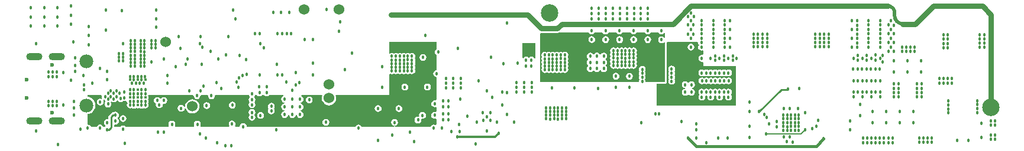
<source format=gbr>
%TF.GenerationSoftware,Altium Limited,Altium Designer,19.0.15 (446)*%
G04 Layer_Physical_Order=2*
G04 Layer_Color=36540*
%FSLAX45Y45*%
%MOMM*%
%TF.FileFunction,Copper,L2,Inr,Signal*%
%TF.Part,Single*%
G01*
G75*
%TA.AperFunction,NonConductor*%
%ADD80C,0.25400*%
%ADD81C,0.20320*%
%ADD82C,0.38100*%
%ADD83C,0.50800*%
%ADD85C,0.30480*%
%TA.AperFunction,ComponentPad*%
%ADD91C,0.40000*%
G04:AMPARAMS|DCode=92|XSize=1mm|YSize=2.3mm|CornerRadius=0.5mm|HoleSize=0mm|Usage=FLASHONLY|Rotation=270.000|XOffset=0mm|YOffset=0mm|HoleType=Round|Shape=RoundedRectangle|*
%AMROUNDEDRECTD92*
21,1,1.00000,1.30000,0,0,270.0*
21,1,0.00000,2.30000,0,0,270.0*
1,1,1.00000,-0.65000,0.00000*
1,1,1.00000,-0.65000,0.00000*
1,1,1.00000,0.65000,0.00000*
1,1,1.00000,0.65000,0.00000*
%
%ADD92ROUNDEDRECTD92*%
%ADD93C,1.52400*%
%ADD94C,0.45720*%
%TA.AperFunction,ViaPad*%
%ADD95C,2.50000*%
%ADD96C,1.52400*%
%ADD97C,1.98000*%
%ADD98C,0.60000*%
%ADD99C,0.45720*%
%TA.AperFunction,NonConductor*%
%ADD100C,0.76200*%
G36*
X7062668Y2606014D02*
Y2501101D01*
X7053506Y2494979D01*
X7042840Y2479016D01*
X7039094Y2460186D01*
X7042840Y2441356D01*
X7053506Y2425392D01*
X7062668Y2419271D01*
X7062668Y2200352D01*
X7044885Y2196815D01*
X7028921Y2186148D01*
X7018255Y2170185D01*
X7014509Y2151355D01*
X7018255Y2132525D01*
X7028921Y2116561D01*
X7044885Y2105895D01*
X7062668Y2102357D01*
Y1775429D01*
X7049968Y1766735D01*
X7037677Y1769180D01*
X7018847Y1765434D01*
X7002883Y1754768D01*
X6992217Y1738804D01*
X6988471Y1719974D01*
X6992217Y1701144D01*
X7002883Y1685181D01*
X7018847Y1674515D01*
X7037677Y1670769D01*
X7049968Y1673214D01*
X7062668Y1664520D01*
Y1608249D01*
X7049968Y1599555D01*
X7037677Y1602000D01*
X7018847Y1598254D01*
X7002883Y1587588D01*
X6992217Y1571624D01*
X6988471Y1552794D01*
X6992217Y1533964D01*
X7002883Y1518001D01*
X7018847Y1507335D01*
X7037677Y1503589D01*
X7049968Y1506034D01*
X7062668Y1497340D01*
Y1418435D01*
X7049968Y1411647D01*
X7041905Y1417035D01*
X7023075Y1420780D01*
X7004245Y1417035D01*
X6988281Y1406368D01*
X6977615Y1390405D01*
X6977406Y1389354D01*
X6469978D01*
X6468727Y1402054D01*
X6471328Y1402572D01*
X6482805Y1404855D01*
X6498769Y1415521D01*
X6509435Y1431485D01*
X6513181Y1450315D01*
X6509435Y1469145D01*
X6498769Y1485108D01*
X6482805Y1495775D01*
X6463975Y1499520D01*
X6445145Y1495775D01*
X6429182Y1485108D01*
X6418515Y1469145D01*
X6414770Y1450315D01*
X6418515Y1431485D01*
X6429182Y1415521D01*
X6445145Y1404855D01*
X6456622Y1402572D01*
X6459223Y1402054D01*
X6457972Y1389354D01*
X5992866D01*
X5983449Y1403449D01*
X5967485Y1414115D01*
X5948655Y1417861D01*
X5929825Y1414115D01*
X5913862Y1403449D01*
X5904444Y1389354D01*
X4774551D01*
X4767755Y1390706D01*
X4760959Y1389354D01*
X4348091D01*
X4346860Y1390855D01*
X4343115Y1409685D01*
X4332448Y1425648D01*
X4316485Y1436315D01*
X4297655Y1440060D01*
X4278825Y1436315D01*
X4262861Y1425648D01*
X4252195Y1409685D01*
X4248449Y1390855D01*
X4247218Y1389354D01*
X4183796D01*
X4177007Y1402054D01*
X4183095Y1411165D01*
X4186840Y1429995D01*
X4183095Y1448825D01*
X4172428Y1464788D01*
X4156465Y1475455D01*
X4137635Y1479200D01*
X4118805Y1475455D01*
X4102841Y1464788D01*
X4092175Y1448825D01*
X4088429Y1429995D01*
X4092175Y1411165D01*
X4098262Y1402054D01*
X4091474Y1389354D01*
X3689350D01*
X3682562Y1402054D01*
X3685255Y1406085D01*
X3689000Y1424915D01*
X3685255Y1443745D01*
X3674588Y1459708D01*
X3658625Y1470375D01*
X3639795Y1474120D01*
X3620965Y1470375D01*
X3605001Y1459708D01*
X3594335Y1443745D01*
X3590589Y1424915D01*
X3594335Y1406085D01*
X3597028Y1402054D01*
X3590239Y1389354D01*
X3325210D01*
X3318422Y1402054D01*
X3321115Y1406085D01*
X3324860Y1424915D01*
X3321115Y1443745D01*
X3310448Y1459708D01*
X3294485Y1470375D01*
X3275655Y1474120D01*
X3256825Y1470375D01*
X3240861Y1459708D01*
X3230195Y1443745D01*
X3226449Y1424915D01*
X3230195Y1406085D01*
X3232888Y1402054D01*
X3226099Y1389354D01*
X2612115D01*
X2610328Y1392028D01*
X2594365Y1402695D01*
X2575535Y1406440D01*
X2556705Y1402695D01*
X2540741Y1392028D01*
X2538955Y1389354D01*
X2446741D01*
Y1412437D01*
X2459441Y1422482D01*
X2468855Y1420609D01*
X2487685Y1424355D01*
X2503648Y1435021D01*
X2514315Y1450984D01*
X2518060Y1469814D01*
X2514315Y1488644D01*
X2503648Y1504608D01*
X2499373Y1507464D01*
Y1520165D01*
X2503648Y1523021D01*
X2514315Y1538984D01*
X2518060Y1557815D01*
X2514315Y1576645D01*
X2503648Y1592608D01*
X2487685Y1603274D01*
X2468855Y1607020D01*
X2450025Y1603274D01*
X2440127Y1596661D01*
X2433324D01*
X2418458Y1593704D01*
X2405855Y1585283D01*
X2380426Y1559854D01*
X2372005Y1547251D01*
X2369048Y1532385D01*
Y1503862D01*
X2359231Y1495805D01*
X2352015Y1497241D01*
X2333185Y1493495D01*
X2317221Y1482829D01*
X2306555Y1466865D01*
X2302809Y1448035D01*
X2306555Y1429205D01*
X2317221Y1413242D01*
X2321509Y1410376D01*
X2322866Y1394632D01*
X2317503Y1389354D01*
X2293281D01*
X2292635Y1392605D01*
X2281968Y1408568D01*
X2266005Y1419235D01*
X2247175Y1422980D01*
X2228345Y1419235D01*
X2212381Y1408568D01*
X2201715Y1392605D01*
X2201068Y1389354D01*
X2117079D01*
X2107408Y1403828D01*
X2091445Y1414495D01*
X2072615Y1418240D01*
X2068721Y1421436D01*
Y1571311D01*
X2087449Y1573776D01*
X2117711Y1586311D01*
X2143698Y1606251D01*
X2163638Y1632238D01*
X2176173Y1662500D01*
X2180448Y1694975D01*
X2176173Y1727449D01*
X2163638Y1757711D01*
X2143698Y1783698D01*
X2117711Y1803638D01*
X2087449Y1816173D01*
X2068721Y1818638D01*
Y1842475D01*
X2261827D01*
X2272244Y1829774D01*
X2270529Y1821155D01*
X2274275Y1802325D01*
X2276021Y1799712D01*
X2270824Y1792184D01*
X2267566Y1789505D01*
X2249975Y1793004D01*
X2231145Y1789259D01*
X2215181Y1778592D01*
X2204515Y1762629D01*
X2200769Y1743799D01*
X2204515Y1724969D01*
X2215181Y1709005D01*
X2231145Y1698339D01*
X2249975Y1694594D01*
X2268805Y1698339D01*
X2284768Y1709005D01*
X2295435Y1724969D01*
X2299180Y1743799D01*
X2295435Y1762629D01*
X2293689Y1765242D01*
X2298885Y1772769D01*
X2302143Y1775448D01*
X2315676Y1772756D01*
X2316363Y1769305D01*
X2327029Y1753341D01*
Y1750440D01*
X2316363Y1734477D01*
X2312617Y1715647D01*
X2316363Y1696817D01*
X2327029Y1680854D01*
X2342993Y1670187D01*
X2361823Y1666442D01*
X2380653Y1670187D01*
X2396616Y1680854D01*
X2407283Y1696817D01*
X2411028Y1715647D01*
X2407283Y1734477D01*
X2399940Y1745466D01*
X2409274Y1753341D01*
X2425237Y1742675D01*
X2444067Y1738929D01*
X2462897Y1742675D01*
X2478860Y1753341D01*
X2485962Y1763970D01*
X2500517Y1764895D01*
X2500655Y1764840D01*
X2505392Y1757751D01*
X2521355Y1747084D01*
X2540185Y1743339D01*
X2559015Y1747084D01*
X2574979Y1757751D01*
X2577277Y1761190D01*
X2579125Y1759955D01*
X2597955Y1756209D01*
X2616785Y1759955D01*
X2619829Y1761989D01*
X2631259Y1754351D01*
X2631249Y1754305D01*
X2634995Y1735475D01*
X2640658Y1727000D01*
X2634995Y1718525D01*
X2631249Y1699695D01*
X2634995Y1680865D01*
X2645661Y1664901D01*
X2661625Y1654235D01*
X2680455Y1650489D01*
X2699285Y1654235D01*
X2706390Y1658983D01*
X2714185Y1653775D01*
X2733015Y1650029D01*
X2751845Y1653775D01*
X2762070Y1660608D01*
X2770240Y1655149D01*
X2787955Y1651625D01*
X2805669Y1655149D01*
X2812775Y1659897D01*
X2823405Y1652795D01*
X2842235Y1649049D01*
X2861065Y1652795D01*
X2869922Y1658713D01*
X2876624Y1654235D01*
X2895454Y1650489D01*
X2914284Y1654235D01*
X2930248Y1664901D01*
X2940914Y1680865D01*
X2944660Y1699695D01*
X2940914Y1718525D01*
X2935251Y1727000D01*
X2940914Y1735475D01*
X2944660Y1754305D01*
X2940914Y1773135D01*
X2933532Y1784183D01*
X2938220Y1791200D01*
X2941744Y1808915D01*
X2938220Y1826629D01*
X2934851Y1831672D01*
X2941438Y1842475D01*
X3578681D01*
X3585509Y1834154D01*
X3589255Y1815324D01*
X3599921Y1799361D01*
X3615885Y1788694D01*
X3634715Y1784949D01*
X3653545Y1788694D01*
X3669508Y1799361D01*
X3680175Y1815324D01*
X3683920Y1834154D01*
X3690749Y1842475D01*
X3786485D01*
X3793313Y1834154D01*
X3797059Y1815324D01*
X3807725Y1799361D01*
X3823689Y1788694D01*
X3842519Y1784949D01*
X3861349Y1788694D01*
X3877312Y1799361D01*
X3887979Y1815324D01*
X3891724Y1834154D01*
X3898553Y1842475D01*
X4376607D01*
X4377015Y1840425D01*
X4387089Y1825347D01*
X4388648Y1821545D01*
Y1813072D01*
X4386951Y1809675D01*
X4376655Y1794265D01*
X4372909Y1775435D01*
X4376655Y1756605D01*
X4381149Y1749878D01*
X4387018Y1740076D01*
X4381287Y1729399D01*
X4377015Y1723005D01*
X4373269Y1704175D01*
X4377015Y1685345D01*
X4387681Y1669381D01*
X4403645Y1658715D01*
X4413639Y1656727D01*
X4419057Y1655649D01*
Y1642701D01*
X4413639Y1641623D01*
X4403645Y1639635D01*
X4387681Y1628968D01*
X4377015Y1613005D01*
X4373269Y1594175D01*
X4377015Y1575345D01*
X4387319Y1559923D01*
X4376655Y1543963D01*
X4372909Y1525133D01*
X4376655Y1506303D01*
X4387321Y1490339D01*
X4403285Y1479673D01*
X4422115Y1475927D01*
X4440945Y1479673D01*
X4456908Y1490339D01*
X4467575Y1506303D01*
X4471320Y1525133D01*
X4467575Y1543963D01*
X4457270Y1559384D01*
X4467935Y1575345D01*
X4471680Y1594175D01*
X4467935Y1613005D01*
X4457268Y1628968D01*
X4441305Y1639635D01*
X4431311Y1641622D01*
X4425893Y1642701D01*
Y1655649D01*
X4431311Y1656727D01*
X4441305Y1658715D01*
X4457268Y1669381D01*
X4467935Y1685345D01*
X4471680Y1704175D01*
X4467935Y1723005D01*
X4463440Y1729731D01*
X4457572Y1739533D01*
X4463302Y1750211D01*
X4467575Y1756605D01*
X4471320Y1775435D01*
X4467575Y1794265D01*
X4457500Y1809342D01*
X4455941Y1813144D01*
Y1821617D01*
X4457638Y1825015D01*
X4467935Y1840425D01*
X4468342Y1842475D01*
X4493664D01*
X4495402Y1839874D01*
X4511366Y1829207D01*
X4530196Y1825462D01*
X4549026Y1829207D01*
X4564989Y1839874D01*
X4566727Y1842475D01*
X4596060D01*
X4597566Y1840221D01*
X4613529Y1829554D01*
X4632359Y1825809D01*
X4651189Y1829554D01*
X4667152Y1840221D01*
X4668658Y1842475D01*
X4871660D01*
X4872910Y1829775D01*
X4872105Y1829614D01*
X4856141Y1818948D01*
X4845475Y1802984D01*
X4841729Y1784154D01*
X4845475Y1765324D01*
X4856141Y1749361D01*
X4872105Y1738695D01*
X4887517Y1735629D01*
Y1722680D01*
X4872105Y1719614D01*
X4856141Y1708948D01*
X4845475Y1692984D01*
X4841729Y1674154D01*
X4845475Y1655324D01*
X4856141Y1639361D01*
X4872105Y1628694D01*
X4887517Y1625629D01*
Y1612680D01*
X4872105Y1609614D01*
X4856141Y1598948D01*
X4845475Y1582984D01*
X4841729Y1564154D01*
X4845475Y1545324D01*
X4856141Y1529361D01*
X4872105Y1518694D01*
X4890935Y1514949D01*
X4909765Y1518694D01*
X4925728Y1529361D01*
X4936395Y1545324D01*
X4939461Y1560737D01*
X4952409D01*
X4955475Y1545324D01*
X4966141Y1529361D01*
X4982105Y1518694D01*
X5000935Y1514949D01*
X5019765Y1518694D01*
X5035728Y1529361D01*
X5046395Y1545324D01*
X5049461Y1560737D01*
X5062409D01*
X5065475Y1545324D01*
X5076141Y1529361D01*
X5092105Y1518694D01*
X5110935Y1514949D01*
X5129765Y1518694D01*
X5145728Y1529361D01*
X5156395Y1545324D01*
X5160140Y1564154D01*
X5156395Y1582984D01*
X5145728Y1598948D01*
X5129765Y1609614D01*
X5114352Y1612680D01*
Y1625629D01*
X5129765Y1628694D01*
X5145728Y1639361D01*
X5156395Y1655324D01*
X5160140Y1674154D01*
X5156395Y1692984D01*
X5145728Y1708948D01*
X5129765Y1719614D01*
X5114352Y1722680D01*
Y1735629D01*
X5129765Y1738695D01*
X5145728Y1749361D01*
X5156395Y1765324D01*
X5160140Y1784154D01*
X5156395Y1802984D01*
X5145728Y1818948D01*
X5129765Y1829614D01*
X5128959Y1829775D01*
X5130210Y1842475D01*
X5421119D01*
X5428175Y1831915D01*
X5425490Y1825431D01*
X5421998Y1798909D01*
X5425490Y1772386D01*
X5435727Y1747670D01*
X5452012Y1726446D01*
X5473236Y1710161D01*
X5497952Y1699923D01*
X5524475Y1696432D01*
X5550998Y1699923D01*
X5575713Y1710161D01*
X5596937Y1726446D01*
X5613222Y1747670D01*
X5623460Y1772386D01*
X5626951Y1798909D01*
X5623460Y1825431D01*
X5620774Y1831915D01*
X5627830Y1842475D01*
X6385535D01*
Y2145089D01*
X6398235Y2151877D01*
X6404984Y2147367D01*
X6423814Y2143621D01*
X6442644Y2147367D01*
X6452692Y2154080D01*
X6463225Y2147042D01*
X6482055Y2143297D01*
X6500885Y2147042D01*
X6510327Y2153352D01*
X6519284Y2147367D01*
X6538114Y2143621D01*
X6556944Y2147367D01*
X6566992Y2154080D01*
X6577525Y2147042D01*
X6596355Y2143297D01*
X6615185Y2147042D01*
X6624870Y2153514D01*
X6633584Y2147691D01*
X6652414Y2143946D01*
X6671244Y2147691D01*
X6681292Y2154405D01*
X6691825Y2147367D01*
X6710655Y2143621D01*
X6729485Y2147367D01*
X6745448Y2158033D01*
X6756115Y2173997D01*
X6759860Y2192827D01*
X6756115Y2211657D01*
X6751395Y2218719D01*
X6756115Y2225782D01*
X6759860Y2244612D01*
X6756115Y2263442D01*
X6751395Y2270505D01*
X6756115Y2277568D01*
X6759860Y2296398D01*
X6756115Y2315228D01*
X6751395Y2322291D01*
X6756115Y2329353D01*
X6759860Y2348183D01*
X6756115Y2367013D01*
X6751395Y2374076D01*
X6756115Y2381139D01*
X6759860Y2399969D01*
X6756115Y2418799D01*
X6745448Y2434762D01*
X6729485Y2445429D01*
X6710655Y2449174D01*
X6691825Y2445429D01*
X6681777Y2438715D01*
X6671244Y2445753D01*
X6652414Y2449499D01*
X6633584Y2445753D01*
X6623899Y2439281D01*
X6615185Y2445104D01*
X6596355Y2448850D01*
X6577525Y2445104D01*
X6567477Y2438391D01*
X6556944Y2445429D01*
X6538114Y2449174D01*
X6519284Y2445429D01*
X6509842Y2439119D01*
X6500885Y2445104D01*
X6482055Y2448850D01*
X6463225Y2445104D01*
X6453177Y2438391D01*
X6442644Y2445429D01*
X6423814Y2449174D01*
X6404984Y2445429D01*
X6398235Y2440918D01*
X6385534Y2447707D01*
Y2606015D01*
X7062668Y2606014D01*
D02*
G37*
G36*
X8477501Y2373592D02*
X8464801Y2369739D01*
X8457408Y2380803D01*
X8441445Y2391470D01*
X8422615Y2395215D01*
X8403785Y2391470D01*
X8387821Y2380803D01*
X8381208D01*
X8365245Y2391470D01*
X8346415Y2395215D01*
X8327585Y2391470D01*
X8311621Y2380803D01*
X8305775Y2372054D01*
X8293075Y2375906D01*
Y2591393D01*
X8477501D01*
Y2373592D01*
D02*
G37*
G36*
X10249641Y2731241D02*
X10265605Y2720575D01*
X10284435Y2716829D01*
X10303265Y2720575D01*
X10319228Y2731241D01*
X10322288Y2735821D01*
X10334988Y2731968D01*
Y2672090D01*
X10322288Y2668237D01*
X10319782Y2671989D01*
X10303818Y2682655D01*
X10284988Y2686401D01*
X10266158Y2682655D01*
X10250195Y2671989D01*
X10239528Y2656025D01*
X10235783Y2637195D01*
X10239528Y2618365D01*
X10250195Y2602402D01*
X10266158Y2591735D01*
X10284988Y2587990D01*
X10303818Y2591735D01*
X10319782Y2602402D01*
X10322288Y2606153D01*
X10334988Y2602300D01*
Y2032475D01*
X10062738D01*
X10056780Y2039735D01*
X10053035Y2058565D01*
X10046397Y2068498D01*
X10053035Y2078431D01*
X10056780Y2097261D01*
X10053035Y2116091D01*
X10046397Y2126025D01*
X10053035Y2135958D01*
X10056780Y2154788D01*
X10053035Y2173618D01*
X10046397Y2183551D01*
X10053035Y2193485D01*
X10056780Y2212315D01*
X10053035Y2231145D01*
X10042368Y2247108D01*
X10026405Y2257775D01*
X10007575Y2261520D01*
X9988745Y2257775D01*
X9972781Y2247108D01*
X9962115Y2231145D01*
X9958369Y2212315D01*
X9962115Y2193485D01*
X9968752Y2183551D01*
X9962115Y2173618D01*
X9958369Y2154788D01*
X9962115Y2135958D01*
X9968752Y2126025D01*
X9962115Y2116091D01*
X9958369Y2097261D01*
X9962115Y2078431D01*
X9968752Y2068498D01*
X9962115Y2058565D01*
X9958369Y2039735D01*
X9952411Y2032475D01*
X8547075D01*
Y2729438D01*
X8556892Y2737495D01*
X8562011Y2736477D01*
X8795678D01*
X8820455Y2741405D01*
X8823103Y2743175D01*
X9240907D01*
X9248881Y2731241D01*
X9264845Y2720575D01*
X9283675Y2716829D01*
X9302505Y2720575D01*
X9318468Y2731241D01*
X9326442Y2743175D01*
X9439027D01*
X9447001Y2731241D01*
X9462965Y2720575D01*
X9481795Y2716829D01*
X9500625Y2720575D01*
X9516588Y2731241D01*
X9524562Y2743175D01*
X9639687D01*
X9647661Y2731241D01*
X9663625Y2720575D01*
X9682455Y2716829D01*
X9701285Y2720575D01*
X9717248Y2731241D01*
X9725222Y2743175D01*
X9842887D01*
X9850861Y2731241D01*
X9866825Y2720575D01*
X9885655Y2716829D01*
X9904485Y2720575D01*
X9920448Y2731241D01*
X9928422Y2743175D01*
X10043547D01*
X10051521Y2731241D01*
X10067485Y2720575D01*
X10086315Y2716829D01*
X10105145Y2720575D01*
X10121108Y2731241D01*
X10129082Y2743175D01*
X10241667D01*
X10249641Y2731241D01*
D02*
G37*
G36*
X10703943Y2609974D02*
X10704975Y2609769D01*
X10706007Y2609974D01*
X10799708Y2609974D01*
X10807765Y2600157D01*
X10806910Y2595855D01*
X10810655Y2577025D01*
X10819415Y2563915D01*
X10810655Y2550805D01*
X10806910Y2531975D01*
X10810655Y2513145D01*
X10821322Y2497181D01*
X10837285Y2486515D01*
X10856115Y2482769D01*
X10868634Y2485259D01*
X10881334Y2476672D01*
Y2428179D01*
X10868634Y2417756D01*
X10861475Y2419180D01*
X10842645Y2415435D01*
X10826681Y2404768D01*
X10816015Y2388805D01*
X10812269Y2369975D01*
X10816015Y2351145D01*
X10826681Y2335181D01*
X10842645Y2324515D01*
X10861475Y2320769D01*
X10868634Y2322193D01*
X10881334Y2311771D01*
Y2257474D01*
X11352475Y2257475D01*
Y1692627D01*
X10214974D01*
Y1924975D01*
Y2006577D01*
X10334988D01*
X10344899Y2008548D01*
X10353301Y2014162D01*
X10358915Y2022564D01*
X10360886Y2032475D01*
Y2602300D01*
X10368028Y2608025D01*
X10372475Y2609975D01*
X10482475D01*
X10703943Y2609974D01*
D02*
G37*
%LPC*%
G36*
X6870236Y2431960D02*
X6851406Y2428215D01*
X6835442Y2417548D01*
X6824776Y2401585D01*
X6821030Y2382755D01*
X6824776Y2363925D01*
X6835442Y2347961D01*
X6851406Y2337295D01*
X6870236Y2333549D01*
X6889066Y2337295D01*
X6905029Y2347961D01*
X6915696Y2363925D01*
X6919441Y2382755D01*
X6915696Y2401585D01*
X6905029Y2417548D01*
X6889066Y2428215D01*
X6870236Y2431960D01*
D02*
G37*
G36*
X6932475Y2007597D02*
X6913645Y2003852D01*
X6897682Y1993185D01*
X6887015Y1977222D01*
X6883270Y1958392D01*
X6887015Y1939562D01*
X6897682Y1923599D01*
X6913645Y1912932D01*
X6932475Y1909187D01*
X6951305Y1912932D01*
X6967269Y1923599D01*
X6977935Y1939562D01*
X6981680Y1958392D01*
X6977935Y1977222D01*
X6967269Y1993185D01*
X6951305Y2003852D01*
X6932475Y2007597D01*
D02*
G37*
G36*
X6609975D02*
X6591145Y2003852D01*
X6575182Y1993185D01*
X6564515Y1977222D01*
X6560770Y1958392D01*
X6564515Y1939562D01*
X6575182Y1923599D01*
X6591145Y1912932D01*
X6609975Y1909187D01*
X6628805Y1912932D01*
X6644769Y1923599D01*
X6655435Y1939562D01*
X6659180Y1958392D01*
X6655435Y1977222D01*
X6644769Y1993185D01*
X6628805Y2003852D01*
X6609975Y2007597D01*
D02*
G37*
G36*
X3159075Y1814480D02*
X3140245Y1810735D01*
X3124281Y1800068D01*
X3119843Y1793425D01*
X3104568D01*
X3100129Y1800068D01*
X3084166Y1810735D01*
X3065336Y1814480D01*
X3046506Y1810735D01*
X3030543Y1800068D01*
X3019876Y1784105D01*
X3016131Y1765275D01*
X3019876Y1746445D01*
X3030543Y1730481D01*
X3046506Y1719815D01*
X3049539Y1719211D01*
X3046488Y1703873D01*
X3050233Y1685043D01*
X3060900Y1669080D01*
X3076863Y1658413D01*
X3095693Y1654668D01*
X3114523Y1658413D01*
X3130487Y1669080D01*
X3141153Y1685043D01*
X3144899Y1703873D01*
X3144019Y1708297D01*
X3152999Y1717278D01*
X3159075Y1716069D01*
X3177905Y1719815D01*
X3193868Y1730481D01*
X3204535Y1746445D01*
X3208280Y1765275D01*
X3204535Y1784105D01*
X3193868Y1800068D01*
X3177905Y1810735D01*
X3159075Y1814480D01*
D02*
G37*
G36*
X5240935Y1823360D02*
X5222105Y1819614D01*
X5206141Y1808948D01*
X5195475Y1792984D01*
X5191730Y1774154D01*
X5195475Y1755324D01*
X5206141Y1739361D01*
X5222105Y1728695D01*
X5240935Y1724949D01*
X5259765Y1728695D01*
X5275728Y1739361D01*
X5286395Y1755324D01*
X5290140Y1774154D01*
X5286395Y1792984D01*
X5275728Y1808948D01*
X5259765Y1819614D01*
X5240935Y1823360D01*
D02*
G37*
G36*
X3568675Y1783931D02*
X3542152Y1780440D01*
X3517436Y1770202D01*
X3496212Y1753917D01*
X3479927Y1732693D01*
X3469690Y1707978D01*
X3466198Y1681455D01*
X3468050Y1667382D01*
X3455514Y1665312D01*
X3455452Y1665620D01*
X3454115Y1672345D01*
X3443448Y1688308D01*
X3427485Y1698975D01*
X3408655Y1702720D01*
X3389825Y1698975D01*
X3373861Y1688308D01*
X3363195Y1672345D01*
X3359449Y1653515D01*
X3363195Y1634685D01*
X3373861Y1618721D01*
X3389825Y1608055D01*
X3408655Y1604309D01*
X3427485Y1608055D01*
X3443448Y1618721D01*
X3454115Y1634685D01*
X3457860Y1653514D01*
X3469690Y1654931D01*
X3479927Y1630216D01*
X3496212Y1608992D01*
X3517436Y1592707D01*
X3542152Y1582470D01*
X3568675Y1578978D01*
X3595198Y1582470D01*
X3619913Y1592707D01*
X3641137Y1608992D01*
X3657422Y1630216D01*
X3667660Y1654932D01*
X3671151Y1681455D01*
X3667660Y1707978D01*
X3657422Y1732693D01*
X3641137Y1753917D01*
X3619913Y1770202D01*
X3595198Y1780440D01*
X3568675Y1783931D01*
D02*
G37*
G36*
X4140175Y1748440D02*
X4121345Y1744695D01*
X4105381Y1734028D01*
X4094715Y1718065D01*
X4090969Y1699235D01*
X4094715Y1680405D01*
X4105381Y1664441D01*
X4121345Y1653775D01*
X4140175Y1650029D01*
X4159005Y1653775D01*
X4174968Y1664441D01*
X4185635Y1680405D01*
X4189380Y1699235D01*
X4185635Y1718065D01*
X4174968Y1734028D01*
X4159005Y1744695D01*
X4140175Y1748440D01*
D02*
G37*
G36*
X3774415Y1740820D02*
X3755585Y1737075D01*
X3739621Y1726408D01*
X3728955Y1710445D01*
X3725209Y1691615D01*
X3728955Y1672785D01*
X3739621Y1656821D01*
X3755585Y1646155D01*
X3774415Y1642409D01*
X3793245Y1646155D01*
X3809208Y1656821D01*
X3819875Y1672785D01*
X3823620Y1691615D01*
X3819875Y1710445D01*
X3809208Y1726408D01*
X3793245Y1737075D01*
X3774415Y1740820D01*
D02*
G37*
G36*
X6228055Y1699180D02*
X6209225Y1695435D01*
X6193261Y1684768D01*
X6182595Y1668805D01*
X6178849Y1649975D01*
X6182595Y1631145D01*
X6193261Y1615181D01*
X6209225Y1604515D01*
X6228055Y1600769D01*
X6246885Y1604515D01*
X6262848Y1615181D01*
X6273515Y1631145D01*
X6277260Y1649975D01*
X6273515Y1668805D01*
X6262848Y1684768D01*
X6246885Y1695435D01*
X6228055Y1699180D01*
D02*
G37*
G36*
X6525235Y1698960D02*
X6506405Y1695215D01*
X6490441Y1684548D01*
X6479775Y1668585D01*
X6476029Y1649755D01*
X6479775Y1630925D01*
X6490441Y1614961D01*
X6506405Y1604295D01*
X6525235Y1600549D01*
X6544065Y1604295D01*
X6560028Y1614961D01*
X6570695Y1630925D01*
X6574440Y1649755D01*
X6570695Y1668585D01*
X6560028Y1684548D01*
X6544065Y1695215D01*
X6525235Y1698960D01*
D02*
G37*
G36*
X4698975Y1730660D02*
X4680145Y1726915D01*
X4664181Y1716248D01*
X4653515Y1700285D01*
X4649769Y1681455D01*
X4653515Y1662625D01*
X4662148Y1649705D01*
X4653515Y1636785D01*
X4649769Y1617955D01*
X4653515Y1599125D01*
X4664181Y1583161D01*
X4680145Y1572495D01*
X4698975Y1568749D01*
X4717805Y1572495D01*
X4733768Y1583161D01*
X4744435Y1599125D01*
X4748180Y1617955D01*
X4744435Y1636785D01*
X4735802Y1649705D01*
X4744435Y1662625D01*
X4748180Y1681455D01*
X4744435Y1700285D01*
X4733768Y1716248D01*
X4717805Y1726915D01*
X4698975Y1730660D01*
D02*
G37*
G36*
X6863055Y1601120D02*
X6844225Y1597375D01*
X6828261Y1586708D01*
X6817595Y1570745D01*
X6813849Y1551915D01*
X6815379Y1544225D01*
X6804578Y1533425D01*
X6798218Y1534690D01*
X6779388Y1530944D01*
X6763425Y1520278D01*
X6752758Y1504314D01*
X6749013Y1485484D01*
X6752758Y1466654D01*
X6763425Y1450691D01*
X6779388Y1440025D01*
X6798218Y1436279D01*
X6817048Y1440025D01*
X6833011Y1450691D01*
X6843678Y1466654D01*
X6847423Y1485484D01*
X6845894Y1493174D01*
X6856694Y1503974D01*
X6863055Y1502709D01*
X6881885Y1506455D01*
X6897848Y1517121D01*
X6908515Y1533085D01*
X6912260Y1551915D01*
X6908515Y1570745D01*
X6897848Y1586708D01*
X6881885Y1597375D01*
X6863055Y1601120D01*
D02*
G37*
G36*
X4544359Y1600519D02*
X4525529Y1596773D01*
X4509566Y1586107D01*
X4498899Y1570143D01*
X4495154Y1551313D01*
X4498899Y1532483D01*
X4509566Y1516520D01*
X4525529Y1505853D01*
X4544359Y1502108D01*
X4563189Y1505853D01*
X4579152Y1516520D01*
X4589819Y1532483D01*
X4593564Y1551313D01*
X4589819Y1570143D01*
X4579152Y1586107D01*
X4563189Y1596773D01*
X4544359Y1600519D01*
D02*
G37*
G36*
X2577535Y1554741D02*
X2558705Y1550995D01*
X2542741Y1540329D01*
X2532075Y1524365D01*
X2528329Y1505535D01*
X2532075Y1486705D01*
X2542741Y1470742D01*
X2558705Y1460075D01*
X2577535Y1456330D01*
X2596365Y1460075D01*
X2612328Y1470742D01*
X2622995Y1486705D01*
X2626740Y1505535D01*
X2622995Y1524365D01*
X2612328Y1540329D01*
X2596365Y1550995D01*
X2577535Y1554741D01*
D02*
G37*
G36*
X5478755Y1501620D02*
X5459925Y1497874D01*
X5443961Y1487208D01*
X5433295Y1471244D01*
X5429549Y1452414D01*
X5433295Y1433584D01*
X5443961Y1417621D01*
X5459925Y1406955D01*
X5478755Y1403209D01*
X5497585Y1406955D01*
X5513548Y1417621D01*
X5524215Y1433584D01*
X5527960Y1452414D01*
X5524215Y1471244D01*
X5513548Y1487208D01*
X5497585Y1497874D01*
X5478755Y1501620D01*
D02*
G37*
G36*
X9285505Y2690427D02*
X9266675Y2686681D01*
X9250712Y2676015D01*
X9240045Y2660051D01*
X9236300Y2641221D01*
X9240045Y2622391D01*
X9250712Y2606428D01*
X9266675Y2595761D01*
X9285505Y2592016D01*
X9304335Y2595761D01*
X9320299Y2606428D01*
X9330965Y2622391D01*
X9334711Y2641221D01*
X9330965Y2660051D01*
X9320299Y2676015D01*
X9304335Y2686681D01*
X9285505Y2690427D01*
D02*
G37*
G36*
X10086760Y2687544D02*
X10067930Y2683798D01*
X10051967Y2673132D01*
X10041300Y2657168D01*
X10037555Y2638338D01*
X10041300Y2619508D01*
X10051967Y2603545D01*
X10067930Y2592878D01*
X10086760Y2589133D01*
X10105590Y2592878D01*
X10121554Y2603545D01*
X10132220Y2619508D01*
X10135966Y2638338D01*
X10132220Y2657168D01*
X10121554Y2673132D01*
X10105590Y2683798D01*
X10086760Y2687544D01*
D02*
G37*
G36*
X9885689D02*
X9866859Y2683798D01*
X9850895Y2673132D01*
X9840229Y2657168D01*
X9836484Y2638338D01*
X9840229Y2619508D01*
X9850895Y2603545D01*
X9866859Y2592878D01*
X9885689Y2589133D01*
X9904519Y2592878D01*
X9920482Y2603545D01*
X9931149Y2619508D01*
X9934894Y2638338D01*
X9931149Y2657168D01*
X9920482Y2673132D01*
X9904519Y2683798D01*
X9885689Y2687544D01*
D02*
G37*
G36*
X9684618D02*
X9665788Y2683798D01*
X9649824Y2673132D01*
X9639158Y2657168D01*
X9635412Y2638338D01*
X9639158Y2619508D01*
X9649824Y2603545D01*
X9665788Y2592878D01*
X9684618Y2589133D01*
X9703448Y2592878D01*
X9719411Y2603545D01*
X9730078Y2619508D01*
X9733823Y2638338D01*
X9730078Y2657168D01*
X9719411Y2673132D01*
X9703448Y2683798D01*
X9684618Y2687544D01*
D02*
G37*
G36*
X9483546D02*
X9464716Y2683798D01*
X9448753Y2673132D01*
X9438087Y2657168D01*
X9434341Y2638338D01*
X9438087Y2619508D01*
X9448753Y2603545D01*
X9464716Y2592878D01*
X9483546Y2589133D01*
X9502376Y2592878D01*
X9518340Y2603545D01*
X9529006Y2619508D01*
X9532752Y2638338D01*
X9529006Y2657168D01*
X9518340Y2673132D01*
X9502376Y2683798D01*
X9483546Y2687544D01*
D02*
G37*
G36*
X9825382Y2527003D02*
X9806552Y2523257D01*
X9796867Y2516785D01*
X9788153Y2522608D01*
X9769323Y2526353D01*
X9750493Y2522608D01*
X9740445Y2515895D01*
X9729912Y2522932D01*
X9711082Y2526678D01*
X9692252Y2522932D01*
X9682810Y2516623D01*
X9673853Y2522608D01*
X9655023Y2526353D01*
X9636193Y2522608D01*
X9626145Y2515895D01*
X9615612Y2522932D01*
X9596782Y2526678D01*
X9577952Y2522932D01*
X9561989Y2512266D01*
X9551323Y2496303D01*
X9547577Y2477473D01*
X9551323Y2458643D01*
X9556042Y2451580D01*
X9551323Y2444517D01*
X9547577Y2425687D01*
X9551323Y2406857D01*
X9556042Y2399794D01*
X9551323Y2392732D01*
X9547577Y2373902D01*
X9551323Y2355071D01*
X9556042Y2348009D01*
X9551323Y2340946D01*
X9547577Y2322116D01*
X9551323Y2303286D01*
X9556042Y2296223D01*
X9551323Y2289161D01*
X9547577Y2270330D01*
X9551323Y2251500D01*
X9561989Y2235537D01*
X9577952Y2224871D01*
X9596782Y2221125D01*
X9615612Y2224871D01*
X9625660Y2231584D01*
X9636193Y2224546D01*
X9655023Y2220800D01*
X9673853Y2224546D01*
X9683295Y2230856D01*
X9692252Y2224871D01*
X9711082Y2221125D01*
X9729912Y2224871D01*
X9739960Y2231584D01*
X9750493Y2224546D01*
X9769323Y2220800D01*
X9788153Y2224546D01*
X9797838Y2231018D01*
X9806552Y2225195D01*
X9825382Y2221450D01*
X9844212Y2225195D01*
X9854260Y2231908D01*
X9864793Y2224871D01*
X9883623Y2221125D01*
X9902453Y2224871D01*
X9918416Y2235537D01*
X9929083Y2251500D01*
X9932828Y2270330D01*
X9929083Y2289161D01*
X9924363Y2296223D01*
X9929083Y2303286D01*
X9932828Y2322116D01*
X9929083Y2340946D01*
X9924363Y2348009D01*
X9929083Y2355071D01*
X9932828Y2373902D01*
X9929083Y2392732D01*
X9924363Y2399794D01*
X9929083Y2406857D01*
X9932828Y2425687D01*
X9929083Y2444517D01*
X9924363Y2451580D01*
X9929083Y2458643D01*
X9932828Y2477473D01*
X9929083Y2496303D01*
X9918416Y2512266D01*
X9902453Y2522932D01*
X9883623Y2526678D01*
X9864793Y2522932D01*
X9854745Y2516219D01*
X9844212Y2523257D01*
X9825382Y2527003D01*
D02*
G37*
G36*
X8841894Y2466646D02*
X8823064Y2462901D01*
X8813379Y2456429D01*
X8804665Y2462252D01*
X8785835Y2465997D01*
X8767005Y2462252D01*
X8756957Y2455538D01*
X8746424Y2462576D01*
X8727594Y2466322D01*
X8708764Y2462576D01*
X8699322Y2456267D01*
X8690365Y2462252D01*
X8671535Y2465997D01*
X8652705Y2462252D01*
X8642657Y2455538D01*
X8632124Y2462576D01*
X8613294Y2466322D01*
X8594464Y2462576D01*
X8578501Y2451910D01*
X8567835Y2435946D01*
X8564089Y2417116D01*
X8567835Y2398286D01*
X8572554Y2391224D01*
X8567835Y2384161D01*
X8564089Y2365331D01*
X8567835Y2346501D01*
X8572554Y2339438D01*
X8567835Y2332375D01*
X8564089Y2313545D01*
X8567835Y2294715D01*
X8572554Y2287653D01*
X8567835Y2280590D01*
X8564089Y2261760D01*
X8567835Y2242930D01*
X8572554Y2235867D01*
X8567835Y2228804D01*
X8564089Y2209974D01*
X8567835Y2191144D01*
X8578501Y2175181D01*
X8594464Y2164514D01*
X8613294Y2160769D01*
X8632124Y2164514D01*
X8642172Y2171228D01*
X8652705Y2164190D01*
X8671535Y2160444D01*
X8690365Y2164190D01*
X8699807Y2170499D01*
X8708764Y2164514D01*
X8727594Y2160769D01*
X8746424Y2164514D01*
X8756472Y2171228D01*
X8767005Y2164190D01*
X8785835Y2160444D01*
X8804665Y2164190D01*
X8814350Y2170662D01*
X8823064Y2164839D01*
X8841894Y2161093D01*
X8860724Y2164839D01*
X8870772Y2171552D01*
X8881305Y2164514D01*
X8900135Y2160769D01*
X8918965Y2164514D01*
X8934928Y2175181D01*
X8945595Y2191144D01*
X8949340Y2209974D01*
X8945595Y2228804D01*
X8940875Y2235867D01*
X8945595Y2242930D01*
X8949340Y2261760D01*
X8945595Y2280590D01*
X8940875Y2287653D01*
X8945595Y2294715D01*
X8949340Y2313545D01*
X8945595Y2332375D01*
X8940875Y2339438D01*
X8945595Y2346501D01*
X8949340Y2365331D01*
X8945595Y2384161D01*
X8940875Y2391224D01*
X8945595Y2398286D01*
X8949340Y2417116D01*
X8945595Y2435946D01*
X8934928Y2451910D01*
X8918965Y2462576D01*
X8900135Y2466322D01*
X8881305Y2462576D01*
X8871257Y2455863D01*
X8860724Y2462901D01*
X8841894Y2466646D01*
D02*
G37*
G36*
X9360115Y2454579D02*
X9341285Y2450833D01*
X9325321Y2440167D01*
X9319258Y2431093D01*
X9304044Y2431004D01*
X9298447Y2439380D01*
X9282484Y2450046D01*
X9263654Y2453792D01*
X9244824Y2450046D01*
X9228861Y2439380D01*
X9218194Y2423416D01*
X9214449Y2404586D01*
X9218194Y2385756D01*
X9228861Y2369793D01*
X9233462Y2366719D01*
Y2351444D01*
X9228561Y2348170D01*
X9217895Y2332206D01*
X9214149Y2313376D01*
X9217895Y2294546D01*
X9228561Y2278583D01*
X9233162Y2275509D01*
Y2260234D01*
X9228723Y2257268D01*
X9218057Y2241305D01*
X9214311Y2222475D01*
X9218057Y2203645D01*
X9228723Y2187681D01*
X9244687Y2177015D01*
X9263517Y2173269D01*
X9282347Y2177015D01*
X9298310Y2187681D01*
X9304135Y2196398D01*
X9319409D01*
X9325234Y2187681D01*
X9341197Y2177015D01*
X9360027Y2173269D01*
X9378857Y2177015D01*
X9394820Y2187681D01*
X9400574Y2196291D01*
X9415848D01*
X9421601Y2187681D01*
X9437565Y2177015D01*
X9456395Y2173269D01*
X9475225Y2177015D01*
X9491188Y2187681D01*
X9501855Y2203645D01*
X9505600Y2222475D01*
X9501855Y2241305D01*
X9491188Y2257268D01*
X9484742Y2261575D01*
Y2274276D01*
X9491188Y2278583D01*
X9501855Y2294546D01*
X9505600Y2313376D01*
X9501855Y2332206D01*
X9491188Y2348170D01*
X9486437Y2351344D01*
Y2366619D01*
X9491188Y2369793D01*
X9501855Y2385756D01*
X9505600Y2404586D01*
X9501855Y2423416D01*
X9491188Y2439380D01*
X9475225Y2450046D01*
X9456395Y2453792D01*
X9437565Y2450046D01*
X9421601Y2439380D01*
X9416144Y2431212D01*
X9400880Y2431229D01*
X9394908Y2440167D01*
X9378945Y2450833D01*
X9360115Y2454579D01*
D02*
G37*
G36*
X9632581Y2162739D02*
X9613751Y2158994D01*
X9597788Y2148327D01*
X9587121Y2132364D01*
X9583376Y2113534D01*
X9587121Y2094704D01*
X9597788Y2078741D01*
X9613751Y2068074D01*
X9632581Y2064329D01*
X9651411Y2068074D01*
X9667375Y2078741D01*
X9678041Y2094704D01*
X9681787Y2113534D01*
X9678041Y2132364D01*
X9667375Y2148327D01*
X9651411Y2158994D01*
X9632581Y2162739D01*
D02*
G37*
G36*
X9824695Y2161680D02*
X9805865Y2157934D01*
X9789901Y2147268D01*
X9779235Y2131305D01*
X9775489Y2112475D01*
X9779235Y2093645D01*
X9789901Y2077681D01*
X9805865Y2067015D01*
X9824695Y2063269D01*
X9843525Y2067015D01*
X9859488Y2077681D01*
X9870155Y2093645D01*
X9873900Y2112475D01*
X9870155Y2131305D01*
X9859488Y2147268D01*
X9843525Y2157934D01*
X9824695Y2161680D01*
D02*
G37*
G36*
X10704975Y2581180D02*
X10686145Y2577435D01*
X10670181Y2566768D01*
X10659515Y2550805D01*
X10655769Y2531975D01*
X10659515Y2513145D01*
X10670181Y2497181D01*
X10686145Y2486515D01*
X10704975Y2482769D01*
X10723805Y2486515D01*
X10739768Y2497181D01*
X10750435Y2513145D01*
X10754180Y2531975D01*
X10750435Y2550805D01*
X10739768Y2566768D01*
X10723805Y2577435D01*
X10704975Y2581180D01*
D02*
G37*
G36*
X11051974Y2210720D02*
X11033144Y2206975D01*
X11019899Y2198124D01*
X11006924Y2206794D01*
X10988094Y2210540D01*
X10969264Y2206794D01*
X10956534Y2198288D01*
X10943804Y2206794D01*
X10924974Y2210540D01*
X10906144Y2206794D01*
X10893034Y2198034D01*
X10879924Y2206794D01*
X10861094Y2210540D01*
X10842264Y2206794D01*
X10826300Y2196128D01*
X10815634Y2180164D01*
X10811888Y2161334D01*
X10815634Y2142504D01*
X10826300Y2126541D01*
X10842264Y2115874D01*
X10861094Y2112129D01*
X10879924Y2115874D01*
X10893034Y2124634D01*
X10906144Y2115874D01*
X10924974Y2112129D01*
X10943804Y2115874D01*
X10956534Y2124380D01*
X10969264Y2115874D01*
X10988094Y2112129D01*
X11006924Y2115874D01*
X11020169Y2124724D01*
X11033144Y2116055D01*
X11051974Y2112309D01*
X11070804Y2116055D01*
X11083399Y2124470D01*
X11096264Y2115874D01*
X11115094Y2112129D01*
X11133924Y2115874D01*
X11147034Y2124634D01*
X11160144Y2115874D01*
X11178974Y2112129D01*
X11197804Y2115874D01*
X11210534Y2124380D01*
X11223264Y2115874D01*
X11242094Y2112129D01*
X11260924Y2115874D01*
X11276887Y2126541D01*
X11287554Y2142504D01*
X11291299Y2161334D01*
X11287554Y2180164D01*
X11276887Y2196128D01*
X11260924Y2206794D01*
X11242094Y2210540D01*
X11223264Y2206794D01*
X11210534Y2198288D01*
X11197804Y2206794D01*
X11178974Y2210540D01*
X11160144Y2206794D01*
X11147034Y2198034D01*
X11133924Y2206794D01*
X11115094Y2210540D01*
X11096264Y2206794D01*
X11083669Y2198378D01*
X11070804Y2206975D01*
X11051974Y2210720D01*
D02*
G37*
G36*
X11242855Y2097860D02*
X11224025Y2094115D01*
X11210915Y2085355D01*
X11197805Y2094115D01*
X11178975Y2097860D01*
X11160145Y2094115D01*
X11147415Y2085609D01*
X11134685Y2094115D01*
X11115855Y2097860D01*
X11097025Y2094115D01*
X11083780Y2085265D01*
X11070805Y2093935D01*
X11051975Y2097680D01*
X11033145Y2093935D01*
X11020550Y2085519D01*
X11007685Y2094115D01*
X10988855Y2097860D01*
X10970025Y2094115D01*
X10956915Y2085355D01*
X10943805Y2094115D01*
X10924975Y2097860D01*
X10906145Y2094115D01*
X10893415Y2085609D01*
X10880685Y2094115D01*
X10861855Y2097860D01*
X10843025Y2094115D01*
X10827061Y2083448D01*
X10816395Y2067485D01*
X10812649Y2048655D01*
X10816395Y2029825D01*
X10827061Y2013862D01*
X10843025Y2003195D01*
X10861855Y1999450D01*
X10880685Y2003195D01*
X10893415Y2011701D01*
X10906145Y2003195D01*
X10924975Y1999450D01*
X10943805Y2003195D01*
X10956915Y2011955D01*
X10970025Y2003195D01*
X10988855Y1999450D01*
X11007685Y2003195D01*
X11020280Y2011611D01*
X11033145Y2003015D01*
X11051975Y1999269D01*
X11070805Y2003015D01*
X11084050Y2011865D01*
X11097025Y2003195D01*
X11115855Y1999450D01*
X11134685Y2003195D01*
X11147415Y2011701D01*
X11160145Y2003195D01*
X11178975Y1999450D01*
X11197805Y2003195D01*
X11210915Y2011955D01*
X11224025Y2003195D01*
X11242855Y1999450D01*
X11261685Y2003195D01*
X11277648Y2013862D01*
X11288315Y2029825D01*
X11292060Y2048655D01*
X11288315Y2067485D01*
X11277648Y2083448D01*
X11261685Y2094115D01*
X11242855Y2097860D01*
D02*
G37*
G36*
X10711395Y2041202D02*
X10692565Y2037456D01*
X10676601Y2026790D01*
X10673745Y2022515D01*
X10661045D01*
X10658188Y2026790D01*
X10642225Y2037456D01*
X10623395Y2041202D01*
X10604565Y2037456D01*
X10588601Y2026790D01*
X10577935Y2010826D01*
X10574189Y1991996D01*
X10577935Y1973166D01*
X10588601Y1957203D01*
X10604565Y1946536D01*
X10617167Y1944030D01*
X10617501Y1943963D01*
Y1931015D01*
X10617237Y1930962D01*
X10605145Y1928556D01*
X10589181Y1917890D01*
X10578515Y1901926D01*
X10574769Y1883096D01*
X10578515Y1864266D01*
X10589181Y1848303D01*
X10605145Y1837636D01*
X10623975Y1833891D01*
X10642805Y1837636D01*
X10658768Y1848303D01*
X10661625Y1852578D01*
X10674325D01*
X10677181Y1848303D01*
X10693145Y1837636D01*
X10711975Y1833891D01*
X10730805Y1837636D01*
X10746768Y1848303D01*
X10757435Y1864266D01*
X10761180Y1883096D01*
X10757435Y1901926D01*
X10746768Y1917890D01*
X10730805Y1928556D01*
X10718202Y1931063D01*
X10717868Y1931130D01*
Y1944078D01*
X10718132Y1944131D01*
X10730225Y1946536D01*
X10746188Y1957203D01*
X10756855Y1973166D01*
X10760600Y1991996D01*
X10756855Y2010826D01*
X10746188Y2026790D01*
X10730225Y2037456D01*
X10711395Y2041202D01*
D02*
G37*
G36*
X10429215Y2263920D02*
X10410385Y2260175D01*
X10394421Y2249508D01*
X10383755Y2233545D01*
X10380009Y2214715D01*
X10383755Y2195885D01*
X10390392Y2185951D01*
X10383755Y2176018D01*
X10380009Y2157188D01*
X10383755Y2138358D01*
X10390392Y2128424D01*
X10383755Y2118491D01*
X10380009Y2099661D01*
X10383755Y2080831D01*
X10390392Y2070898D01*
X10383755Y2060965D01*
X10380009Y2042135D01*
X10383755Y2023305D01*
X10394421Y2007341D01*
X10410385Y1996675D01*
X10429215Y1992929D01*
X10448045Y1996675D01*
X10464008Y2007341D01*
X10474675Y2023305D01*
X10478420Y2042135D01*
X10474675Y2060965D01*
X10468037Y2070898D01*
X10474675Y2080831D01*
X10478420Y2099661D01*
X10474675Y2118491D01*
X10468037Y2128424D01*
X10474675Y2138358D01*
X10478420Y2157188D01*
X10474675Y2176018D01*
X10468037Y2185951D01*
X10474675Y2195885D01*
X10478420Y2214715D01*
X10474675Y2233545D01*
X10464008Y2249508D01*
X10448045Y2260175D01*
X10429215Y2263920D01*
D02*
G37*
G36*
X11051975Y1934620D02*
X11033145Y1930874D01*
X11019900Y1922024D01*
X11006925Y1930694D01*
X10988095Y1934440D01*
X10969265Y1930694D01*
X10956535Y1922188D01*
X10943805Y1930694D01*
X10924975Y1934440D01*
X10906145Y1930694D01*
X10893035Y1921934D01*
X10879925Y1930694D01*
X10861095Y1934440D01*
X10842265Y1930694D01*
X10826301Y1920028D01*
X10815635Y1904064D01*
X10811889Y1885234D01*
X10815635Y1866404D01*
X10819674Y1860360D01*
X10826270Y1850389D01*
X10819819Y1839498D01*
X10816015Y1833805D01*
X10812269Y1814975D01*
X10816015Y1796144D01*
X10826681Y1780181D01*
X10842645Y1769515D01*
X10861475Y1765769D01*
X10880305Y1769515D01*
X10896268Y1780181D01*
X10906935Y1796144D01*
X10910680Y1814975D01*
X10908413Y1826374D01*
X10918678Y1837216D01*
X10919008D01*
X10924975Y1836029D01*
X10930942Y1837216D01*
X10931272D01*
X10941537Y1826374D01*
X10939269Y1814975D01*
X10943015Y1796144D01*
X10953681Y1780181D01*
X10969645Y1769515D01*
X10988475Y1765769D01*
X11007305Y1769515D01*
X11023268Y1780181D01*
X11033935Y1796144D01*
X11037680Y1814975D01*
X11035375Y1826562D01*
X11045591Y1837479D01*
X11051975Y1836209D01*
X11058358Y1837479D01*
X11068574Y1826562D01*
X11066269Y1814975D01*
X11070015Y1796144D01*
X11080681Y1780181D01*
X11096645Y1769515D01*
X11115475Y1765769D01*
X11134305Y1769515D01*
X11150268Y1780181D01*
X11160935Y1796144D01*
X11164680Y1814975D01*
X11162413Y1826374D01*
X11172678Y1837216D01*
X11173008D01*
X11178975Y1836029D01*
X11184942Y1837216D01*
X11185272D01*
X11195537Y1826374D01*
X11193269Y1814975D01*
X11197015Y1796144D01*
X11207681Y1780181D01*
X11223645Y1769515D01*
X11242475Y1765769D01*
X11261305Y1769515D01*
X11277268Y1780181D01*
X11287935Y1796144D01*
X11291680Y1814975D01*
X11287935Y1833805D01*
X11283896Y1839849D01*
X11277299Y1849820D01*
X11283751Y1860711D01*
X11287555Y1866404D01*
X11291300Y1885234D01*
X11287555Y1904064D01*
X11276888Y1920028D01*
X11260925Y1930694D01*
X11242095Y1934440D01*
X11223265Y1930694D01*
X11210535Y1922188D01*
X11197805Y1930694D01*
X11178975Y1934440D01*
X11160145Y1930694D01*
X11147035Y1921934D01*
X11133925Y1930694D01*
X11115095Y1934440D01*
X11096265Y1930694D01*
X11083670Y1922278D01*
X11070805Y1930874D01*
X11051975Y1934620D01*
D02*
G37*
%LPD*%
D80*
X12091227Y1925021D02*
X12095115Y1928909D01*
X11678895Y1605255D02*
X11998661Y1925021D01*
X12091227D01*
X2407895Y1532385D02*
X2433324Y1557815D01*
X2468855D01*
X2352175Y1348715D02*
X2377115D01*
X2407895Y1379494D01*
Y1532385D01*
D81*
X11780257Y1284312D02*
X12276812D01*
X12339975Y1347475D01*
D82*
X10663168Y1226795D02*
X10778738Y1111225D01*
X12498725D02*
X12602475Y1214975D01*
X10778738Y1111225D02*
X12498725D01*
D83*
X13619656Y2982063D02*
G03*
X13736935Y2864784I117279J0D01*
G01*
X13619969Y3028124D02*
G03*
X13528519Y3119575I-91450J0D01*
G01*
X13619656Y3028124D02*
X13619969D01*
X13619656Y2982063D02*
Y3028124D01*
D85*
X7364694Y1239890D02*
X7898730D01*
X7951434Y1292595D01*
D91*
X2787955Y1808915D02*
D03*
X2680455D02*
D03*
X2895454D02*
D03*
X2787955Y1697915D02*
D03*
Y1919915D02*
D03*
Y2061414D02*
D03*
X2680455D02*
D03*
X2895454D02*
D03*
D92*
X1310055Y1469052D02*
D03*
X1625055D02*
D03*
X1310055Y2399052D02*
D03*
X1625055D02*
D03*
D93*
X5166335Y3068295D02*
D03*
X5669238D02*
D03*
D94*
X12244975Y1447475D02*
D03*
X12137475Y1337475D02*
D03*
Y1557475D02*
D03*
X12027475Y1447475D02*
D03*
X12247475Y1337475D02*
D03*
X12027475D02*
D03*
X12247475Y1557475D02*
D03*
X12027475D02*
D03*
D95*
X15001215Y1668755D02*
D03*
X8679155Y3017495D02*
D03*
D96*
X3568675Y1681455D02*
D03*
X3190215Y2603804D02*
D03*
X5524475Y1993875D02*
D03*
Y1798909D02*
D03*
D97*
X2054975Y2329975D02*
D03*
Y1694975D02*
D03*
D98*
X1560055Y1594052D02*
D03*
Y2274052D02*
D03*
X1195055Y2069052D02*
D03*
Y1799052D02*
D03*
D99*
X5110935Y1564154D02*
D03*
X5000935D02*
D03*
X4890935D02*
D03*
X5110935Y1674154D02*
D03*
X5000935D02*
D03*
X4890935D02*
D03*
X5110935Y1784154D02*
D03*
X5000935D02*
D03*
X4890935D02*
D03*
X12137475Y1447475D02*
D03*
X4463954Y2724210D02*
D03*
X4788955Y2726110D02*
D03*
X5295318Y2299078D02*
D03*
X4917115Y2029754D02*
D03*
X4790115Y2135532D02*
D03*
X4853954Y2136110D02*
D03*
X5050935Y1989114D02*
D03*
X5000935Y1914154D02*
D03*
X4632359Y1875014D02*
D03*
X10779975Y1347475D02*
D03*
X12984975Y1468795D02*
D03*
X10778584Y1227475D02*
D03*
X11539975Y1237779D02*
D03*
X8222475Y2302475D02*
D03*
X10660355Y2849855D02*
D03*
X10662895Y2970789D02*
D03*
X10704975Y2658975D02*
D03*
X13677875Y1881495D02*
D03*
Y1941495D02*
D03*
X13612874D02*
D03*
Y1881495D02*
D03*
X14008075D02*
D03*
Y1941495D02*
D03*
X13943074D02*
D03*
Y1881495D02*
D03*
X13167336Y1227475D02*
D03*
X13227335D02*
D03*
Y1162474D02*
D03*
X13287334D02*
D03*
X13167336D02*
D03*
X11665155Y2717434D02*
D03*
Y2597434D02*
D03*
Y2537435D02*
D03*
Y2657434D02*
D03*
X11600155D02*
D03*
Y2597434D02*
D03*
Y2717434D02*
D03*
Y2537435D02*
D03*
X12677115Y2717434D02*
D03*
Y2597434D02*
D03*
Y2537435D02*
D03*
Y2657434D02*
D03*
X12612114D02*
D03*
Y2597434D02*
D03*
Y2717434D02*
D03*
Y2537435D02*
D03*
X4544359Y1551313D02*
D03*
X4767755Y1341501D02*
D03*
X10704975Y2912975D02*
D03*
Y2785975D02*
D03*
X11051975Y2342575D02*
D03*
X11242475Y2369975D02*
D03*
X11051975Y2400293D02*
D03*
X10988475Y2369975D02*
D03*
X11115475D02*
D03*
X13094936Y2414975D02*
D03*
X13093675Y2342575D02*
D03*
X13219975Y2414975D02*
D03*
Y2342575D02*
D03*
X13347435Y2416698D02*
D03*
Y2342575D02*
D03*
X13532475Y2849974D02*
D03*
X13604895Y2847475D02*
D03*
X13532475Y2722475D02*
D03*
X13604895D02*
D03*
X13532475Y2472275D02*
D03*
Y2594974D02*
D03*
X13604895Y2472275D02*
D03*
Y2594974D02*
D03*
X7399755Y1787799D02*
D03*
X8072795Y1569035D02*
D03*
X7857475Y1809975D02*
D03*
X2247175Y1373775D02*
D03*
X4530196Y1874667D02*
D03*
X2687474Y2260299D02*
D03*
Y2312085D02*
D03*
Y2363870D02*
D03*
Y2415656D02*
D03*
Y2519227D02*
D03*
Y2571012D02*
D03*
X2319735Y1821155D02*
D03*
X2745715Y2570688D02*
D03*
Y2415331D02*
D03*
Y2363546D02*
D03*
Y2311760D02*
D03*
Y2259975D02*
D03*
X2885235Y2259650D02*
D03*
Y2311436D02*
D03*
Y2363221D02*
D03*
Y2415007D02*
D03*
X2826995Y2518902D02*
D03*
Y2415331D02*
D03*
Y2363546D02*
D03*
Y2311760D02*
D03*
Y2259975D02*
D03*
X4983954Y2726110D02*
D03*
X2745715Y2622473D02*
D03*
X2687474Y2622798D02*
D03*
X2826995Y2570688D02*
D03*
X2885235Y2570363D02*
D03*
Y2622149D02*
D03*
X2826995Y2622473D02*
D03*
X2687474Y2467441D02*
D03*
X2745715Y2518902D02*
D03*
Y2467117D02*
D03*
X2826995D02*
D03*
X2885235Y2518578D02*
D03*
Y2466792D02*
D03*
X4541495Y2583660D02*
D03*
X14008075Y1821495D02*
D03*
X13943074D02*
D03*
X13677875D02*
D03*
X13612874D02*
D03*
Y2001495D02*
D03*
X13677875D02*
D03*
X13943074D02*
D03*
X14008075D02*
D03*
X1632626Y2107195D02*
D03*
X1513815Y2174215D02*
D03*
Y2107195D02*
D03*
X1573220D02*
D03*
Y2174215D02*
D03*
X1632626D02*
D03*
X2247175Y2225015D02*
D03*
X2575535Y2440915D02*
D03*
Y2389129D02*
D03*
X2517294Y2389454D02*
D03*
Y2337668D02*
D03*
X2575535Y2337344D02*
D03*
X2517294Y2441239D02*
D03*
X6482055Y2244288D02*
D03*
Y2296073D02*
D03*
X6423814Y2244612D02*
D03*
Y2399969D02*
D03*
X6482055Y2399644D02*
D03*
Y2192502D02*
D03*
Y2347859D02*
D03*
X6423814Y2348183D02*
D03*
Y2296398D02*
D03*
Y2192827D02*
D03*
X6596355Y2244288D02*
D03*
X6538114Y2244612D02*
D03*
Y2399969D02*
D03*
X6596355Y2399644D02*
D03*
Y2192502D02*
D03*
Y2347859D02*
D03*
X6538114Y2348183D02*
D03*
Y2296398D02*
D03*
Y2192827D02*
D03*
X6710655Y2244612D02*
D03*
Y2296398D02*
D03*
X6652414Y2244937D02*
D03*
Y2400293D02*
D03*
X6710655Y2399969D02*
D03*
Y2192827D02*
D03*
Y2348183D02*
D03*
X6652414Y2348508D02*
D03*
Y2296722D02*
D03*
Y2193151D02*
D03*
X6596355Y2296073D02*
D03*
X2072615Y1369035D02*
D03*
X3047474Y3067975D02*
D03*
Y2939975D02*
D03*
Y2814975D02*
D03*
X3369975Y2686975D02*
D03*
X4153974Y3067475D02*
D03*
X4184975Y2939975D02*
D03*
X4725854Y3029706D02*
D03*
X4840154D02*
D03*
X4954454D02*
D03*
X7728372Y1590015D02*
D03*
X7837331D02*
D03*
X7729195Y1483335D02*
D03*
X7782475Y1534975D02*
D03*
X7387215Y1423154D02*
D03*
X1447775Y2964155D02*
D03*
X1640515Y3095255D02*
D03*
Y2836175D02*
D03*
X1877035Y1749414D02*
D03*
X2249975Y1743799D02*
D03*
X2138655Y2016735D02*
D03*
X2984654Y2623550D02*
D03*
X3042895Y2519655D02*
D03*
X2984654Y2519979D02*
D03*
Y2571765D02*
D03*
X3042895Y2571440D02*
D03*
Y2623226D02*
D03*
X1877035Y1661414D02*
D03*
X1254435Y2964155D02*
D03*
Y3095255D02*
D03*
Y2836175D02*
D03*
X1447775D02*
D03*
Y3095255D02*
D03*
X1640515Y2964155D02*
D03*
X3832835Y2471395D02*
D03*
X3713455Y2527275D02*
D03*
X3680435Y2581195D02*
D03*
X5853881Y2449215D02*
D03*
X5749741Y2209448D02*
D03*
X6463975Y1450315D02*
D03*
X5948655Y1368655D02*
D03*
X3275655Y1424915D02*
D03*
X4137635Y1429995D02*
D03*
X4594835Y2524735D02*
D03*
X3731235Y1971015D02*
D03*
X8018642Y2297337D02*
D03*
X6863055Y1551915D02*
D03*
X9883623Y2425687D02*
D03*
Y2270330D02*
D03*
Y2477473D02*
D03*
Y2373902D02*
D03*
Y2322116D02*
D03*
X9596782Y2270330D02*
D03*
Y2373902D02*
D03*
Y2425687D02*
D03*
Y2477473D02*
D03*
Y2322116D02*
D03*
X12984953Y1346434D02*
D03*
X12339975Y1587475D02*
D03*
X7782475Y1905131D02*
D03*
X3677895Y1285215D02*
D03*
X8422615Y2259650D02*
D03*
X8346415D02*
D03*
X8422615Y2346010D02*
D03*
X8346415D02*
D03*
X7160235Y1762735D02*
D03*
X7236435D02*
D03*
X7160235Y1676375D02*
D03*
X7236435D02*
D03*
X7160235Y1574775D02*
D03*
X7236435D02*
D03*
X7160235Y1488415D02*
D03*
X7236435D02*
D03*
X1334875Y1331335D02*
D03*
X2603974Y1147475D02*
D03*
X2575535Y1357235D02*
D03*
X3162975Y2357095D02*
D03*
X4525631Y1963014D02*
D03*
X4632359D02*
D03*
X8689135Y1605174D02*
D03*
X8630895Y1553713D02*
D03*
Y1605499D02*
D03*
X8803435Y1553389D02*
D03*
X8745195Y1553713D02*
D03*
X8803435Y1656960D02*
D03*
X8745195Y1605499D02*
D03*
X8917735Y1553713D02*
D03*
Y1605499D02*
D03*
X8859495Y1554038D02*
D03*
Y1657609D02*
D03*
Y1605824D02*
D03*
X8803435Y1605174D02*
D03*
X1573220Y1694155D02*
D03*
Y1751598D02*
D03*
X1512673D02*
D03*
Y1694155D02*
D03*
X2540185Y1792544D02*
D03*
X2444067Y1788135D02*
D03*
X2526311Y1869415D02*
D03*
X2444067D02*
D03*
X2330636Y3059831D02*
D03*
Y2779831D02*
D03*
X2562686Y3058435D02*
D03*
X3327375Y2254613D02*
D03*
X1647165Y1130113D02*
D03*
X7502975Y1536375D02*
D03*
X8177724Y1452414D02*
D03*
X7638475Y1454975D02*
D03*
X8859495Y1502253D02*
D03*
X7926475Y1454975D02*
D03*
X8745195Y1501928D02*
D03*
X8917735D02*
D03*
X8630895D02*
D03*
X8689135Y1553389D02*
D03*
Y1501603D02*
D03*
X8803435D02*
D03*
X7139915Y1371575D02*
D03*
X7275455Y1323315D02*
D03*
X7023075Y1371575D02*
D03*
X8613294Y2261760D02*
D03*
Y2365331D02*
D03*
Y2313545D02*
D03*
Y2209974D02*
D03*
X8900135Y2261760D02*
D03*
Y2313545D02*
D03*
Y2417116D02*
D03*
Y2209974D02*
D03*
Y2365331D02*
D03*
X7842475Y2384975D02*
D03*
X11729695Y2537435D02*
D03*
Y2717434D02*
D03*
Y2597434D02*
D03*
Y2657434D02*
D03*
X11794695D02*
D03*
Y2537435D02*
D03*
Y2597434D02*
D03*
Y2717434D02*
D03*
X12486995Y2537435D02*
D03*
Y2717434D02*
D03*
Y2597434D02*
D03*
Y2657434D02*
D03*
X12551995D02*
D03*
Y2537435D02*
D03*
Y2597434D02*
D03*
Y2717434D02*
D03*
X11177475Y2399644D02*
D03*
Y2341855D02*
D03*
X11304975Y2399644D02*
D03*
Y2343470D02*
D03*
X10746715Y2970789D02*
D03*
X10741635Y2849855D02*
D03*
X10660355Y2720885D02*
D03*
X10741635D02*
D03*
X9824695Y1952475D02*
D03*
X7302256Y2012475D02*
D03*
X7197676Y2013390D02*
D03*
X7408255D02*
D03*
X7302255Y2078014D02*
D03*
Y1945934D02*
D03*
X7197676D02*
D03*
X7408255Y1945414D02*
D03*
Y2078014D02*
D03*
X7197676Y2078475D02*
D03*
X8317475Y1953390D02*
D03*
X8317475Y2019275D02*
D03*
X8317475Y1887195D02*
D03*
X8209255Y1953391D02*
D03*
X8207985Y2019275D02*
D03*
X8209255Y1887195D02*
D03*
X8425155Y2019275D02*
D03*
Y1953390D02*
D03*
Y1889975D02*
D03*
X6287475Y1958392D02*
D03*
X6609975D02*
D03*
X6932475D02*
D03*
X7037677Y1719974D02*
D03*
Y1552794D02*
D03*
X2981475Y2320474D02*
D03*
X3702553Y2283435D02*
D03*
X3477235Y2283100D02*
D03*
X2577535Y1505535D02*
D03*
X3774415Y1691615D02*
D03*
X3634715Y1834154D02*
D03*
X3842519D02*
D03*
X10007575Y2097261D02*
D03*
Y2039735D02*
D03*
Y2154788D02*
D03*
X9483546Y2638338D02*
D03*
X9824695Y2112475D02*
D03*
X9684618Y2638338D02*
D03*
X9885689D02*
D03*
X10086760D02*
D03*
X9282513Y3087411D02*
D03*
X9383478D02*
D03*
X9484443D02*
D03*
X9585408D02*
D03*
X9686373D02*
D03*
X9787338D02*
D03*
X9888303D02*
D03*
X9989268D02*
D03*
X10090233D02*
D03*
X9282513Y3013635D02*
D03*
X9383478D02*
D03*
X9484443D02*
D03*
X9585408D02*
D03*
X9686373D02*
D03*
X9787338D02*
D03*
X9888303D02*
D03*
X9989268D02*
D03*
X10090233D02*
D03*
X12192555Y1447475D02*
D03*
X12247855Y1503655D02*
D03*
X12193698Y1391895D02*
D03*
X12247855D02*
D03*
X10284988Y2637195D02*
D03*
X9285505Y2641221D02*
D03*
X12027213Y1503655D02*
D03*
X12082475Y1557051D02*
D03*
X12082395Y1503655D02*
D03*
X13156975Y2370838D02*
D03*
X13283975D02*
D03*
X13410976D02*
D03*
X13612474Y2337475D02*
D03*
X13804974Y2338338D02*
D03*
X13997475Y2337475D02*
D03*
X13564975Y2532838D02*
D03*
Y2659838D02*
D03*
Y2786838D02*
D03*
X15058595Y1472255D02*
D03*
Y1412255D02*
D03*
X14993594Y1472255D02*
D03*
Y1412255D02*
D03*
X15059476Y1269975D02*
D03*
Y1209975D02*
D03*
X14994475Y1269975D02*
D03*
Y1209975D02*
D03*
X13612474Y2177475D02*
D03*
X13804974Y2178338D02*
D03*
X13997475Y2177475D02*
D03*
X14866125Y1441110D02*
D03*
Y1238610D02*
D03*
X10007575Y2212315D02*
D03*
X10429215Y2214715D02*
D03*
Y2157188D02*
D03*
Y2042135D02*
D03*
Y2099661D02*
D03*
X14803094Y1762555D02*
D03*
Y1705028D02*
D03*
Y1589975D02*
D03*
Y1647502D02*
D03*
X6287475Y2250392D02*
D03*
X7837331Y1483335D02*
D03*
X1877443Y1560355D02*
D03*
X2019275Y1986436D02*
D03*
X4698975Y1681455D02*
D03*
Y1617955D02*
D03*
X4422475Y1594175D02*
D03*
Y1704175D02*
D03*
X4422115Y1775435D02*
D03*
Y1525133D02*
D03*
X1632626Y1750436D02*
D03*
Y1694155D02*
D03*
X14386536Y1760055D02*
D03*
Y1702528D02*
D03*
Y1587475D02*
D03*
Y1645001D02*
D03*
X14152855Y1163763D02*
D03*
X14092854D02*
D03*
X14032855D02*
D03*
X13972855D02*
D03*
X13588976Y1162779D02*
D03*
X13528975D02*
D03*
X13468974D02*
D03*
X13408975D02*
D03*
X13287334Y1227475D02*
D03*
X13347334Y1162474D02*
D03*
X14152855Y1228763D02*
D03*
X14092854D02*
D03*
X14032855D02*
D03*
X13972855D02*
D03*
X13588976Y1227779D02*
D03*
X13528975D02*
D03*
X13468974D02*
D03*
X13408975D02*
D03*
X13347334Y1227475D02*
D03*
X14673715Y1192475D02*
D03*
X14513715Y1192475D02*
D03*
X10861475Y2369975D02*
D03*
X10704975Y2531975D02*
D03*
X11259975D02*
D03*
Y2658975D02*
D03*
Y2785975D02*
D03*
Y2912975D02*
D03*
X10856115D02*
D03*
Y2785975D02*
D03*
Y2658975D02*
D03*
Y2531975D02*
D03*
X10855935Y2722855D02*
D03*
X10856115Y2849855D02*
D03*
Y2595855D02*
D03*
X11026655Y2912595D02*
D03*
Y2785595D02*
D03*
Y2658595D02*
D03*
Y2531595D02*
D03*
X11026475Y2722475D02*
D03*
X11026655Y2849475D02*
D03*
Y2595475D02*
D03*
X13244655Y2912458D02*
D03*
Y2785458D02*
D03*
Y2658458D02*
D03*
Y2531458D02*
D03*
X13244475Y2722338D02*
D03*
X13244655Y2849338D02*
D03*
Y2595338D02*
D03*
X13411356Y2913458D02*
D03*
Y2786458D02*
D03*
Y2659458D02*
D03*
Y2532458D02*
D03*
X13411176Y2723338D02*
D03*
X13411356Y2850338D02*
D03*
Y2596338D02*
D03*
X10861855Y2048655D02*
D03*
X10988855D02*
D03*
X11115855D02*
D03*
X11242855D02*
D03*
X11051975Y2048475D02*
D03*
X10924975Y2048655D02*
D03*
X11178975D02*
D03*
X13410596Y2049158D02*
D03*
X13283595D02*
D03*
X13156595D02*
D03*
X13029594D02*
D03*
X13220474Y2049338D02*
D03*
X13347475Y2049158D02*
D03*
X13093475D02*
D03*
X13410095Y2217214D02*
D03*
X13283095D02*
D03*
X13156094D02*
D03*
X13029095D02*
D03*
X13219975Y2217395D02*
D03*
X13346976Y2217214D02*
D03*
X13092975D02*
D03*
X11242094Y2161334D02*
D03*
X11115094D02*
D03*
X10988094D02*
D03*
X10861094D02*
D03*
X11051974Y2161515D02*
D03*
X11178974Y2161334D02*
D03*
X10924974D02*
D03*
X10861475Y1814975D02*
D03*
X10988475D02*
D03*
X11115475D02*
D03*
X11242475D02*
D03*
X13029974Y1815838D02*
D03*
X13156975D02*
D03*
X13283975D02*
D03*
X13410976D02*
D03*
X13410796Y1884474D02*
D03*
X13283795D02*
D03*
X13156795D02*
D03*
X13029794D02*
D03*
X13220676Y1884655D02*
D03*
X13347675Y1884474D02*
D03*
X13093675D02*
D03*
X11242095Y1885234D02*
D03*
X11115095D02*
D03*
X10988095D02*
D03*
X10861095D02*
D03*
X11051975Y1885415D02*
D03*
X11178975Y1885234D02*
D03*
X10924975D02*
D03*
X11191395Y2914330D02*
D03*
Y2787330D02*
D03*
Y2660330D02*
D03*
Y2533330D02*
D03*
X11191215Y2724210D02*
D03*
X11191395Y2851210D02*
D03*
Y2597210D02*
D03*
X13010974Y2531838D02*
D03*
Y2658838D02*
D03*
Y2785838D02*
D03*
Y2912838D02*
D03*
X13083334Y2530195D02*
D03*
Y2657195D02*
D03*
Y2784195D02*
D03*
Y2911195D02*
D03*
X13083514Y2720315D02*
D03*
X13083334Y2593315D02*
D03*
Y2847315D02*
D03*
X10623975Y1883096D02*
D03*
X10711975D02*
D03*
X10623395Y1991996D02*
D03*
X10711395D02*
D03*
X10705475Y3024975D02*
D03*
X11354475Y2369475D02*
D03*
X13446202Y2415007D02*
D03*
X13123656Y1549587D02*
D03*
X13123639Y1705595D02*
D03*
X11539975Y1741134D02*
D03*
X12082395Y1447475D02*
D03*
X12137475Y1392395D02*
D03*
X12082513Y1391355D02*
D03*
X12026875Y1392314D02*
D03*
X12082755Y1337475D02*
D03*
X12095115Y1928909D02*
D03*
X10663168Y1226795D02*
D03*
X11231926Y1227475D02*
D03*
X11539975Y1394435D02*
D03*
X11096926Y1227475D02*
D03*
X12251521Y1936151D02*
D03*
X12137475Y1502555D02*
D03*
X12192555Y1557475D02*
D03*
X12238115Y1649975D02*
D03*
X12192555Y1502555D02*
D03*
X8917735Y1657284D02*
D03*
X8745195D02*
D03*
X9655023Y2425362D02*
D03*
X9711082Y2425687D02*
D03*
X9825382Y2426012D02*
D03*
X9655023Y2477148D02*
D03*
X9711082Y2477473D02*
D03*
X9655023Y2321791D02*
D03*
X9711082Y2270330D02*
D03*
X9769323Y2270006D02*
D03*
Y2321791D02*
D03*
X9825382Y2477797D02*
D03*
Y2270655D02*
D03*
X8785835Y2209650D02*
D03*
Y2261435D02*
D03*
X8841894Y2417441D02*
D03*
X8727594Y2209974D02*
D03*
X8841894Y2210299D02*
D03*
X8671535Y2261435D02*
D03*
X8841894Y2365655D02*
D03*
X8671535Y2365006D02*
D03*
X8727594Y2365331D02*
D03*
X9711082Y2373902D02*
D03*
Y2322116D02*
D03*
X9655023Y2270006D02*
D03*
Y2373577D02*
D03*
X9825382Y2322441D02*
D03*
Y2374226D02*
D03*
X9769323Y2373577D02*
D03*
Y2477148D02*
D03*
Y2425362D02*
D03*
X8671535Y2313221D02*
D03*
Y2209650D02*
D03*
X8727594Y2261760D02*
D03*
Y2313545D02*
D03*
X8785835Y2313221D02*
D03*
X8841894Y2313870D02*
D03*
Y2262084D02*
D03*
X8785835Y2365006D02*
D03*
X11678895Y1605255D02*
D03*
X13695126Y1444770D02*
D03*
Y1604770D02*
D03*
X13890126Y1444770D02*
D03*
Y1604770D02*
D03*
X9992335Y1445916D02*
D03*
X9040364Y1944073D02*
D03*
X8712175Y1944076D02*
D03*
X9372275Y1941755D02*
D03*
X9632581Y1953534D02*
D03*
Y2113534D02*
D03*
X9456395Y2222475D02*
D03*
Y2404586D02*
D03*
X9360027Y2222475D02*
D03*
X9263654Y2404586D02*
D03*
X9263517Y2222475D02*
D03*
X9360115Y2313376D02*
D03*
X9456395D02*
D03*
X9263355D02*
D03*
X9360115Y2405373D02*
D03*
X13300127Y1603555D02*
D03*
X13497626D02*
D03*
X13300127Y1443555D02*
D03*
X13497626D02*
D03*
X2361823Y1869415D02*
D03*
X2485365Y1907515D02*
D03*
X2401978Y1821155D02*
D03*
X2484222D02*
D03*
X2403132Y1907515D02*
D03*
X2579155Y2578275D02*
D03*
X2361823Y1788135D02*
D03*
Y1715647D02*
D03*
X3408655Y1653515D02*
D03*
X3395955Y2513655D02*
D03*
X13447183Y2317101D02*
D03*
X6228295Y1196318D02*
D03*
X7390455Y1323315D02*
D03*
X8630895Y1657284D02*
D03*
X8689135Y1656960D02*
D03*
X4297655Y1390855D02*
D03*
X3761713Y1229334D02*
D03*
X5478755Y1452414D02*
D03*
X6798218Y1485484D02*
D03*
X6682715Y1313155D02*
D03*
X5176495Y2638215D02*
D03*
X5295335Y2638475D02*
D03*
X13029974Y2370838D02*
D03*
X5664175Y2758415D02*
D03*
X4206215Y2034515D02*
D03*
X4348455Y2137857D02*
D03*
X4223995Y1958234D02*
D03*
X4140175Y1699235D02*
D03*
X3072554Y1312475D02*
D03*
X3160555D02*
D03*
X3528035Y1902435D02*
D03*
X3686631D02*
D03*
X3639795Y1424915D02*
D03*
X1968475Y1354695D02*
D03*
X2468855Y1469814D02*
D03*
X2352015Y1448035D02*
D03*
X3210825Y2120875D02*
D03*
X3209622Y2016735D02*
D03*
X3919195Y1160755D02*
D03*
X4124935Y1114975D02*
D03*
X4041115Y1117575D02*
D03*
X12191975Y1338555D02*
D03*
X10782475Y1432475D02*
D03*
X11539975Y1611134D02*
D03*
X11934975Y1386875D02*
D03*
X12602475Y1214975D02*
D03*
X12077475Y1179975D02*
D03*
X12157475Y1164413D02*
D03*
X10921975Y1158215D02*
D03*
X12117475Y1244975D02*
D03*
X12038115D02*
D03*
X12526475Y1477635D02*
D03*
X12496775Y1399515D02*
D03*
X12339975Y1347475D02*
D03*
X12438652Y1363642D02*
D03*
X12037475Y1649975D02*
D03*
X11826215Y1427455D02*
D03*
X11934975Y1467475D02*
D03*
X4244315Y2410435D02*
D03*
X2085315Y2568495D02*
D03*
Y2696475D02*
D03*
Y2827575D02*
D03*
X1831315Y2988475D02*
D03*
Y3119575D02*
D03*
Y2860495D02*
D03*
X5100055Y2024594D02*
D03*
X12117475Y1649975D02*
D03*
X2468855Y1557815D02*
D03*
X2352175Y1348715D02*
D03*
X2842235Y1862085D02*
D03*
X2680455Y1918135D02*
D03*
X2839889Y2061735D02*
D03*
X2842235Y1916695D02*
D03*
X2680455Y1754305D02*
D03*
X2733600Y2110715D02*
D03*
X2895454Y1918135D02*
D03*
X2733015Y1917675D02*
D03*
X2895454Y1754305D02*
D03*
X2870616Y2018107D02*
D03*
X2787955Y1754305D02*
D03*
X2733015Y1753845D02*
D03*
X2786744Y2110715D02*
D03*
X2703315Y2016735D02*
D03*
X2597955Y1885415D02*
D03*
X3065336Y1765275D02*
D03*
X2733015Y1863065D02*
D03*
X2680455Y1699695D02*
D03*
X2839889Y2110715D02*
D03*
X2787955Y1863525D02*
D03*
X2733600Y2061735D02*
D03*
X2597955Y1805414D02*
D03*
X2680455Y1863525D02*
D03*
X2893034Y2110715D02*
D03*
X3095693Y1703873D02*
D03*
X2895454Y1699695D02*
D03*
X2733015Y1808455D02*
D03*
X2680455Y2110715D02*
D03*
X2895454Y1863525D02*
D03*
X2733015Y1699235D02*
D03*
X2842235Y1752865D02*
D03*
X2761540Y2016735D02*
D03*
X2842235Y1698255D02*
D03*
X2811755Y2017355D02*
D03*
X2842235Y1807475D02*
D03*
X4853954Y2726110D02*
D03*
X4918955D02*
D03*
X11780257Y1284312D02*
D03*
X2019275Y1922755D02*
D03*
X8006055Y1704315D02*
D03*
X7622735Y1142262D02*
D03*
X7782535Y1325428D02*
D03*
X1334875Y2583779D02*
D03*
X1889735Y2181015D02*
D03*
Y2374054D02*
D03*
X1865835Y2603804D02*
D03*
X5485335Y3068711D02*
D03*
X13904974Y2532475D02*
D03*
X13844974D02*
D03*
X13904974Y2467475D02*
D03*
X13724976D02*
D03*
X13844974D02*
D03*
X13724976Y2532475D02*
D03*
X13784975D02*
D03*
Y2467475D02*
D03*
X14436993Y2077663D02*
D03*
Y2012662D02*
D03*
X14376994Y2077663D02*
D03*
X14256995Y2012662D02*
D03*
X14317955Y2525075D02*
D03*
Y2585075D02*
D03*
X14382954Y2645075D02*
D03*
Y2585075D02*
D03*
X14256995Y2077663D02*
D03*
X14316994D02*
D03*
X14376994Y2012662D02*
D03*
X14316994D02*
D03*
X14317955Y2645075D02*
D03*
X14382954Y2525075D02*
D03*
X14317955Y2705075D02*
D03*
X14382954D02*
D03*
X14900595Y2706654D02*
D03*
X14835596D02*
D03*
X14900595Y2526655D02*
D03*
X14835596Y2646655D02*
D03*
X14900595Y2586655D02*
D03*
Y2646655D02*
D03*
X14835596Y2586655D02*
D03*
Y2526655D02*
D03*
X8671535Y2416792D02*
D03*
X8613294Y2417116D02*
D03*
X8785835Y2416792D02*
D03*
X8727594Y2417116D02*
D03*
X9282513Y2939975D02*
D03*
X9484443D02*
D03*
X9383478D02*
D03*
X9686373D02*
D03*
X9585408D02*
D03*
X9888303D02*
D03*
X9787338D02*
D03*
X10090233D02*
D03*
X9989268D02*
D03*
X10284435Y2766035D02*
D03*
X10086315D02*
D03*
X9885655D02*
D03*
X9682455D02*
D03*
X9481795D02*
D03*
X9283675D02*
D03*
X13565974Y2912838D02*
D03*
X7063715Y2151355D02*
D03*
X7367475Y2512035D02*
D03*
X6525235Y1649755D02*
D03*
X8007475Y1889975D02*
D03*
X8072095Y1875014D02*
D03*
X7664975Y2045234D02*
D03*
X6412975Y2997175D02*
D03*
X1890020Y2269300D02*
D03*
X6907055Y2701834D02*
D03*
X8067998Y2875655D02*
D03*
X5297495Y2135532D02*
D03*
X10572975Y1463015D02*
D03*
X4335755Y2356175D02*
D03*
X4528955Y2724210D02*
D03*
X3980155Y1935455D02*
D03*
X3914115Y2024355D02*
D03*
X3159075Y1765275D02*
D03*
X7951434Y1292595D02*
D03*
X6228055Y1649975D02*
D03*
X7364694Y1239890D02*
D03*
X6741195Y1178535D02*
D03*
X6428295Y1271319D02*
D03*
X6870236Y2382755D02*
D03*
X7088300Y2460186D02*
D03*
X5240935Y1774154D02*
D03*
X4422475Y1859255D02*
D03*
X5681955Y2895575D02*
D03*
X1720054Y2170052D02*
D03*
Y1698052D02*
D03*
X1835131Y2058213D02*
D03*
X2007614Y2126435D02*
D03*
X2349974Y2067435D02*
D03*
X4236695Y2087855D02*
D03*
X4285294Y2123415D02*
D03*
X2349974Y2185015D02*
D03*
X4777715Y2284231D02*
D03*
X4528955Y2136110D02*
D03*
X5048955Y2163638D02*
D03*
X3936975Y2361735D02*
D03*
X3502505Y2364145D02*
D03*
X4051275Y2418055D02*
D03*
X3685515Y2679675D02*
D03*
X4083974Y2679540D02*
D03*
X10246335Y1569695D02*
D03*
X10192995D02*
D03*
X11791992Y1518894D02*
D03*
X11752555Y1562075D02*
D03*
D100*
X15001215Y1668755D02*
Y2998511D01*
X10450532Y2863426D02*
X10706680Y3119575D01*
X8795678Y2801221D02*
X8857883Y2863426D01*
X10450532Y2863426D01*
X14878091Y3121635D02*
X15001215Y2998511D01*
X14173175Y3121635D02*
X14878091D01*
X13916324Y2864784D02*
X14173175Y3121635D01*
X10706680Y3119575D02*
X13528519D01*
X13736935Y2864784D02*
X13916324D01*
X8562011Y2801221D02*
X8795678D01*
X6412975Y2997175D02*
X8366057Y2997175D01*
X8562011Y2801221D01*
%TF.MD5,9422b81a5eefe475115ff6b83fb3dd6a*%
M02*

</source>
